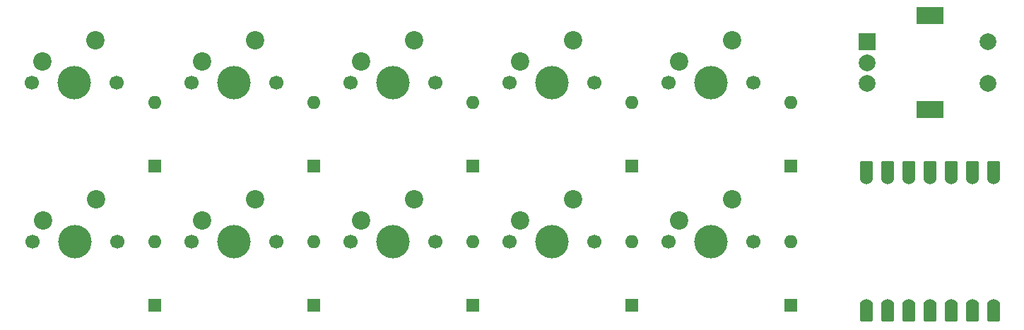
<source format=gts>
G04 #@! TF.GenerationSoftware,KiCad,Pcbnew,9.0.1*
G04 #@! TF.CreationDate,2025-06-11T13:57:41-04:00*
G04 #@! TF.ProjectId,hackpad,6861636b-7061-4642-9e6b-696361645f70,rev?*
G04 #@! TF.SameCoordinates,Original*
G04 #@! TF.FileFunction,Soldermask,Top*
G04 #@! TF.FilePolarity,Negative*
%FSLAX46Y46*%
G04 Gerber Fmt 4.6, Leading zero omitted, Abs format (unit mm)*
G04 Created by KiCad (PCBNEW 9.0.1) date 2025-06-11 13:57:41*
%MOMM*%
%LPD*%
G01*
G04 APERTURE LIST*
G04 Aperture macros list*
%AMRoundRect*
0 Rectangle with rounded corners*
0 $1 Rounding radius*
0 $2 $3 $4 $5 $6 $7 $8 $9 X,Y pos of 4 corners*
0 Add a 4 corners polygon primitive as box body*
4,1,4,$2,$3,$4,$5,$6,$7,$8,$9,$2,$3,0*
0 Add four circle primitives for the rounded corners*
1,1,$1+$1,$2,$3*
1,1,$1+$1,$4,$5*
1,1,$1+$1,$6,$7*
1,1,$1+$1,$8,$9*
0 Add four rect primitives between the rounded corners*
20,1,$1+$1,$2,$3,$4,$5,0*
20,1,$1+$1,$4,$5,$6,$7,0*
20,1,$1+$1,$6,$7,$8,$9,0*
20,1,$1+$1,$8,$9,$2,$3,0*%
G04 Aperture macros list end*
%ADD10O,1.600000X1.600000*%
%ADD11R,1.600000X1.600000*%
%ADD12C,2.200000*%
%ADD13C,1.700000*%
%ADD14C,4.000000*%
%ADD15RoundRect,0.152400X0.609600X-1.063600X0.609600X1.063600X-0.609600X1.063600X-0.609600X-1.063600X0*%
%ADD16C,1.524000*%
%ADD17RoundRect,0.152400X-0.609600X1.063600X-0.609600X-1.063600X0.609600X-1.063600X0.609600X1.063600X0*%
%ADD18R,2.000000X2.000000*%
%ADD19C,2.000000*%
%ADD20R,3.200000X2.000000*%
G04 APERTURE END LIST*
D10*
G04 #@! TO.C,D5*
X200025000Y-69056250D03*
D11*
X200025000Y-76676250D03*
G04 #@! TD*
D12*
G04 #@! TO.C,SW1*
X110331250Y-64135000D03*
X116681250Y-61595000D03*
D13*
X119221250Y-66675000D03*
D14*
X114141250Y-66675000D03*
D13*
X109061250Y-66675000D03*
G04 #@! TD*
D12*
G04 #@! TO.C,SW3*
X148590000Y-64135000D03*
X154940000Y-61595000D03*
D13*
X157480000Y-66675000D03*
D14*
X152400000Y-66675000D03*
D13*
X147320000Y-66675000D03*
G04 #@! TD*
D12*
G04 #@! TO.C,SW2*
X129540000Y-64135000D03*
X135890000Y-61595000D03*
D13*
X138430000Y-66675000D03*
D14*
X133350000Y-66675000D03*
D13*
X128270000Y-66675000D03*
G04 #@! TD*
D12*
G04 #@! TO.C,SW5*
X186690000Y-64135000D03*
X193040000Y-61595000D03*
D13*
X195580000Y-66675000D03*
D14*
X190500000Y-66675000D03*
D13*
X185420000Y-66675000D03*
G04 #@! TD*
D12*
G04 #@! TO.C,SW4*
X167640000Y-64135000D03*
X173990000Y-61595000D03*
D13*
X176530000Y-66675000D03*
D14*
X171450000Y-66675000D03*
D13*
X166370000Y-66675000D03*
G04 #@! TD*
D12*
G04 #@! TO.C,SW10*
X186690000Y-83185000D03*
X193040000Y-80645000D03*
D13*
X195580000Y-85725000D03*
D14*
X190500000Y-85725000D03*
D13*
X185420000Y-85725000D03*
G04 #@! TD*
D10*
G04 #@! TO.C,D1*
X123825000Y-69056250D03*
D11*
X123825000Y-76676250D03*
G04 #@! TD*
D15*
G04 #@! TO.C,U1*
X224313750Y-77270000D03*
D16*
X224313750Y-78105000D03*
D15*
X221773750Y-77270000D03*
D16*
X221773750Y-78105000D03*
D15*
X219233750Y-77270000D03*
D16*
X219233750Y-78105000D03*
D15*
X216693750Y-77270000D03*
D16*
X216693750Y-78105000D03*
D15*
X214153750Y-77270000D03*
D16*
X214153750Y-78105000D03*
D15*
X211613750Y-77270000D03*
D16*
X211613750Y-78105000D03*
D15*
X209073750Y-77270000D03*
D16*
X209073750Y-78105000D03*
X209073750Y-93345000D03*
D17*
X209073750Y-94180000D03*
D16*
X211613750Y-93345000D03*
D17*
X211613750Y-94180000D03*
D16*
X214153750Y-93345000D03*
D17*
X214153750Y-94180000D03*
D16*
X216693750Y-93345000D03*
D17*
X216693750Y-94180000D03*
D16*
X219233750Y-93345000D03*
D17*
X219233750Y-94180000D03*
D16*
X221773750Y-93345000D03*
D17*
X221773750Y-94180000D03*
D16*
X224313750Y-93345000D03*
D17*
X224313750Y-94180000D03*
G04 #@! TD*
D18*
G04 #@! TO.C,SW11*
X209193750Y-61793750D03*
D19*
X209193750Y-64293750D03*
X209193750Y-66793750D03*
D20*
X216693750Y-58693750D03*
X216693750Y-69893750D03*
D19*
X223693750Y-61793750D03*
X223693750Y-66793750D03*
G04 #@! TD*
D13*
G04 #@! TO.C,SW9*
X166370000Y-85725000D03*
D14*
X171450000Y-85725000D03*
D13*
X176530000Y-85725000D03*
D12*
X173990000Y-80645000D03*
X167640000Y-83185000D03*
G04 #@! TD*
D13*
G04 #@! TO.C,SW8*
X147320000Y-85725000D03*
D14*
X152400000Y-85725000D03*
D13*
X157480000Y-85725000D03*
D12*
X154940000Y-80645000D03*
X148590000Y-83185000D03*
G04 #@! TD*
D13*
G04 #@! TO.C,SW7*
X128270000Y-85725000D03*
D14*
X133350000Y-85725000D03*
D13*
X138430000Y-85725000D03*
D12*
X135890000Y-80645000D03*
X129540000Y-83185000D03*
G04 #@! TD*
D13*
G04 #@! TO.C,SW6*
X109220000Y-85725000D03*
D14*
X114300000Y-85725000D03*
D13*
X119380000Y-85725000D03*
D12*
X116840000Y-80645000D03*
X110490000Y-83185000D03*
G04 #@! TD*
D11*
G04 #@! TO.C,D10*
X200025000Y-93345000D03*
D10*
X200025000Y-85725000D03*
G04 #@! TD*
D11*
G04 #@! TO.C,D9*
X180975000Y-93345000D03*
D10*
X180975000Y-85725000D03*
G04 #@! TD*
D11*
G04 #@! TO.C,D8*
X161925000Y-93345000D03*
D10*
X161925000Y-85725000D03*
G04 #@! TD*
D11*
G04 #@! TO.C,D7*
X142875000Y-93345000D03*
D10*
X142875000Y-85725000D03*
G04 #@! TD*
D11*
G04 #@! TO.C,D6*
X123825000Y-93345000D03*
D10*
X123825000Y-85725000D03*
G04 #@! TD*
D11*
G04 #@! TO.C,D4*
X180975000Y-76676250D03*
D10*
X180975000Y-69056250D03*
G04 #@! TD*
D11*
G04 #@! TO.C,D3*
X161925000Y-76676250D03*
D10*
X161925000Y-69056250D03*
G04 #@! TD*
D11*
G04 #@! TO.C,D2*
X142875000Y-76676250D03*
D10*
X142875000Y-69056250D03*
G04 #@! TD*
M02*

</source>
